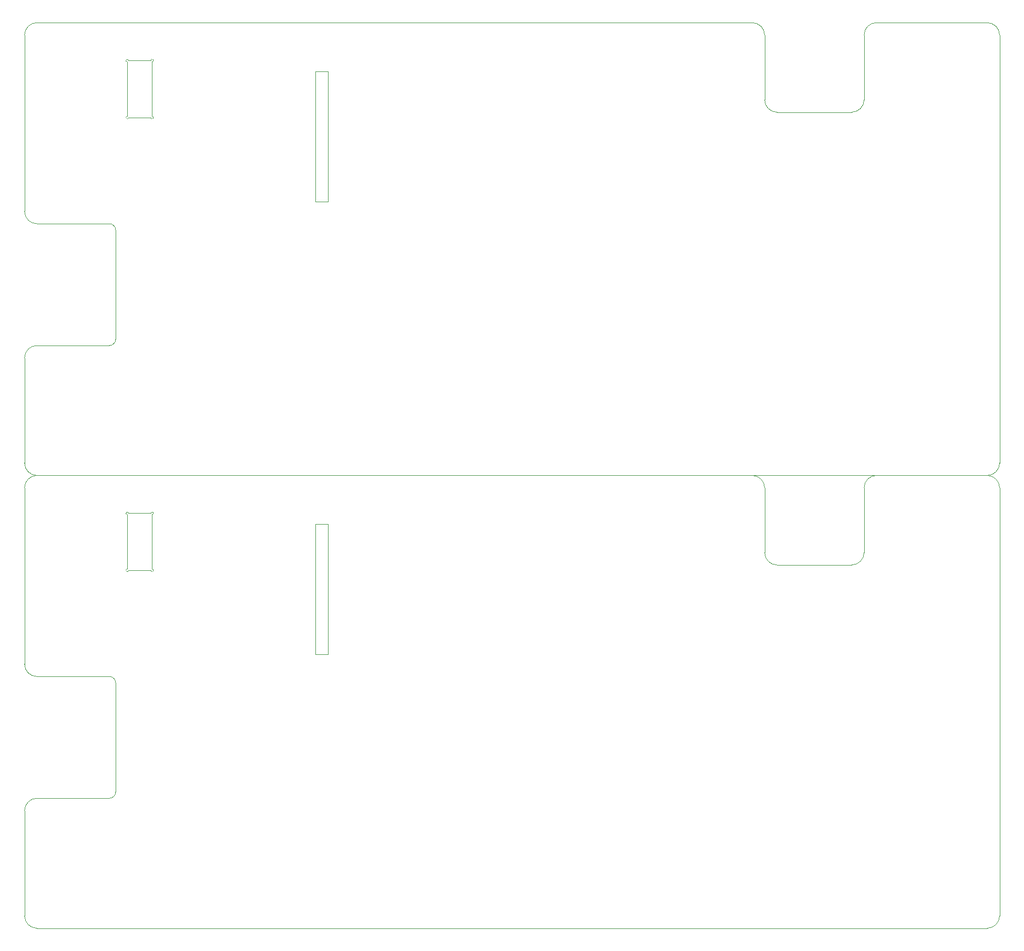
<source format=gbr>
%TF.GenerationSoftware,KiCad,Pcbnew,8.0.7*%
%TF.CreationDate,2025-01-14T19:54:10+09:00*%
%TF.ProjectId,AutoHome-S-Cover_V7.0,4175746f-486f-46d6-952d-532d436f7665,rev?*%
%TF.SameCoordinates,Original*%
%TF.FileFunction,Profile,NP*%
%FSLAX46Y46*%
G04 Gerber Fmt 4.6, Leading zero omitted, Abs format (unit mm)*
G04 Created by KiCad (PCBNEW 8.0.7) date 2025-01-14 19:54:10*
%MOMM*%
%LPD*%
G01*
G04 APERTURE LIST*
%TA.AperFunction,Profile*%
%ADD10C,0.050000*%
%TD*%
%TA.AperFunction,Profile*%
%ADD11C,0.120000*%
%TD*%
G04 APERTURE END LIST*
D10*
X164325788Y-112270000D02*
G75*
G02*
X166325788Y-110270000I2000000J0D01*
G01*
X42765739Y-142689951D02*
G75*
G02*
X43775837Y-143700000I-51J-1010149D01*
G01*
X42765739Y-142689951D02*
X31105788Y-142689951D01*
X164325788Y-112270000D02*
X164325788Y-122700000D01*
X29105788Y-112270000D02*
G75*
G02*
X31105788Y-110270000I2000000J0D01*
G01*
X148305788Y-122700000D02*
X148305788Y-112270000D01*
X29105788Y-164320000D02*
X29105788Y-181290000D01*
X31105788Y-110270000D02*
X146305788Y-110270000D01*
X31105788Y-183270000D02*
X184155788Y-183270000D01*
X42765739Y-162320000D02*
X31105788Y-162320000D01*
X164325788Y-122700000D02*
G75*
G02*
X162325788Y-124700000I-2000000J0D01*
G01*
X31105788Y-142689951D02*
G75*
G02*
X29105737Y-140689951I0J2000051D01*
G01*
X146305788Y-110270000D02*
G75*
G02*
X148305788Y-112270000I0J-2000000D01*
G01*
X43775788Y-161309951D02*
G75*
G02*
X42765739Y-162320000I-1010100J51D01*
G01*
X150305788Y-124700000D02*
G75*
G02*
X148305788Y-122700000I0J2000000D01*
G01*
X29105788Y-140690000D02*
X29105788Y-112270000D01*
X29105788Y-164320000D02*
G75*
G02*
X31105788Y-162320000I2000000J0D01*
G01*
X184155788Y-110270000D02*
X166325788Y-110270000D01*
X43775788Y-161310000D02*
X43775788Y-143700000D01*
X162325788Y-124700000D02*
X150305788Y-124700000D01*
X186155788Y-112270000D02*
X186155788Y-181270000D01*
X31105788Y-183270000D02*
G75*
G02*
X29105788Y-181270000I0J2000000D01*
G01*
X184155788Y-110270000D02*
G75*
G02*
X186155788Y-112270000I0J-2000000D01*
G01*
X186155788Y-181270000D02*
G75*
G02*
X184155788Y-183270000I-2000000J0D01*
G01*
X164325788Y-39270000D02*
G75*
G02*
X166325788Y-37270000I2000000J0D01*
G01*
X164325788Y-39270000D02*
X164325788Y-49700000D01*
X42765739Y-69689951D02*
X31105788Y-69689951D01*
X42765739Y-69689951D02*
G75*
G02*
X43775837Y-70700000I-51J-1010149D01*
G01*
X31105788Y-110270000D02*
G75*
G02*
X29105788Y-108270000I0J2000000D01*
G01*
X186155788Y-39270000D02*
X186155788Y-108270000D01*
X186155788Y-108270000D02*
G75*
G02*
X184155788Y-110270000I-2000000J0D01*
G01*
X184155788Y-37270000D02*
G75*
G02*
X186155788Y-39270000I0J-2000000D01*
G01*
X162325788Y-51700000D02*
X150305788Y-51700000D01*
X29105788Y-39270000D02*
G75*
G02*
X31105788Y-37270000I2000000J0D01*
G01*
X43775788Y-88310000D02*
X43775788Y-70700000D01*
X29105788Y-91320000D02*
G75*
G02*
X31105788Y-89320000I2000000J0D01*
G01*
X29105788Y-67690000D02*
X29105788Y-39270000D01*
X150305788Y-51700000D02*
G75*
G02*
X148305788Y-49700000I0J2000000D01*
G01*
X31105788Y-69689951D02*
G75*
G02*
X29105737Y-67689951I0J2000051D01*
G01*
X148305788Y-49700000D02*
X148305788Y-39270000D01*
X164325788Y-49700000D02*
G75*
G02*
X162325788Y-51700000I-2000000J0D01*
G01*
X29105788Y-91320000D02*
X29105788Y-108290000D01*
X184155788Y-37270000D02*
X166325788Y-37270000D01*
X31105788Y-110270000D02*
X184155788Y-110270000D01*
X146305788Y-37270000D02*
G75*
G02*
X148305788Y-39270000I0J-2000000D01*
G01*
X31105788Y-37270000D02*
X146305788Y-37270000D01*
X43775788Y-88309951D02*
G75*
G02*
X42765739Y-89320000I-1010100J51D01*
G01*
X42765739Y-89320000D02*
X31105788Y-89320000D01*
%TO.C,SW6*%
X45650788Y-116590000D02*
X45650788Y-125350001D01*
X45870788Y-116370000D02*
X49430788Y-116369999D01*
X45870788Y-125570001D02*
X49430789Y-125570000D01*
X49650788Y-116589999D02*
X49650789Y-125350000D01*
X45650788Y-116590000D02*
G75*
G02*
X45870788Y-116370000I0J220000D01*
G01*
X45870788Y-125570001D02*
G75*
G02*
X45650788Y-125350001I-220000J0D01*
G01*
X49430788Y-116369999D02*
G75*
G02*
X49650788Y-116590000I220000J-1D01*
G01*
X49650789Y-125350000D02*
G75*
G02*
X49430788Y-125570000I-1J-220000D01*
G01*
%TO.C,U1*%
D11*
X77955788Y-118150000D02*
X75955788Y-118150000D01*
X75955788Y-139150000D01*
X77955788Y-139150000D01*
X77955788Y-118150000D01*
X77955788Y-45150000D02*
X75955788Y-45150000D01*
X75955788Y-66150000D01*
X77955788Y-66150000D01*
X77955788Y-45150000D01*
D10*
%TO.C,SW6*%
X45650788Y-43590000D02*
X45650788Y-52350001D01*
X45870788Y-43370000D02*
X49430788Y-43369999D01*
X45870788Y-52570001D02*
X49430789Y-52570000D01*
X49650788Y-43589999D02*
X49650789Y-52350000D01*
X45650788Y-43590000D02*
G75*
G02*
X45870788Y-43370000I0J220000D01*
G01*
X45870788Y-52570001D02*
G75*
G02*
X45650788Y-52350001I-220000J0D01*
G01*
X49430788Y-43369999D02*
G75*
G02*
X49650788Y-43590000I220000J-1D01*
G01*
X49650789Y-52350000D02*
G75*
G02*
X49430788Y-52570000I-1J-220000D01*
G01*
%TD*%
M02*

</source>
